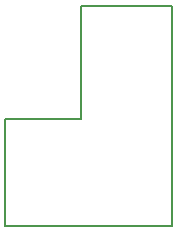
<source format=gm1>
%TF.GenerationSoftware,KiCad,Pcbnew,(6.0.2)*%
%TF.CreationDate,2022-03-13T08:59:08-04:00*%
%TF.ProjectId,ArduinoConnector,41726475-696e-46f4-936f-6e6e6563746f,v1*%
%TF.SameCoordinates,Original*%
%TF.FileFunction,Profile,NP*%
%FSLAX46Y46*%
G04 Gerber Fmt 4.6, Leading zero omitted, Abs format (unit mm)*
G04 Created by KiCad (PCBNEW (6.0.2)) date 2022-03-13 08:59:08*
%MOMM*%
%LPD*%
G01*
G04 APERTURE LIST*
%TA.AperFunction,Profile*%
%ADD10C,0.150000*%
%TD*%
G04 APERTURE END LIST*
D10*
X118300000Y-90000000D02*
X124700000Y-90000000D01*
X132400000Y-80400000D02*
X132400000Y-99000000D01*
X132400000Y-99000000D02*
X118300000Y-99000000D01*
X118300000Y-99000000D02*
X118300000Y-90000000D01*
X124700000Y-90000000D02*
X124700000Y-80400000D01*
X124700000Y-80400000D02*
X132400000Y-80400000D01*
M02*

</source>
